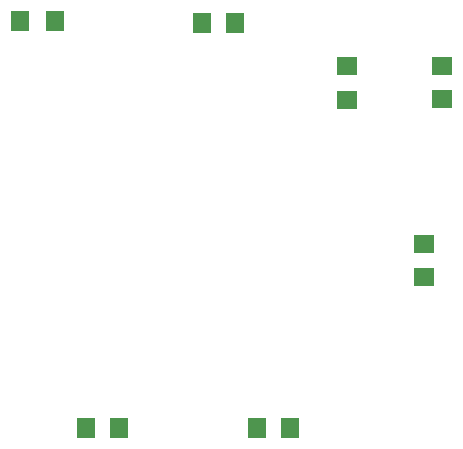
<source format=gbr>
%FSLAX34Y34*%
%MOMM*%
%LNSMDMASK_BOTTOM*%
G71*
G01*
%ADD10R, 1.60X1.80*%
%ADD11R, 1.80X1.60*%
%LPD*%
X311944Y20798D02*
G54D10*
D03*
X341312Y20798D02*
G54D10*
D03*
X367506Y-323690D02*
G54D10*
D03*
X395288Y-323690D02*
G54D10*
D03*
X465931Y19210D02*
G54D10*
D03*
X493712Y19210D02*
G54D10*
D03*
X511969Y-323690D02*
G54D10*
D03*
X539750Y-323690D02*
G54D10*
D03*
X653256Y-168114D02*
G54D11*
D03*
X653256Y-195896D02*
G54D11*
D03*
X588169Y-45877D02*
G54D11*
D03*
X588169Y-17302D02*
G54D11*
D03*
X668798Y-45678D02*
G54D11*
D03*
X668798Y-17678D02*
G54D11*
D03*
M02*

</source>
